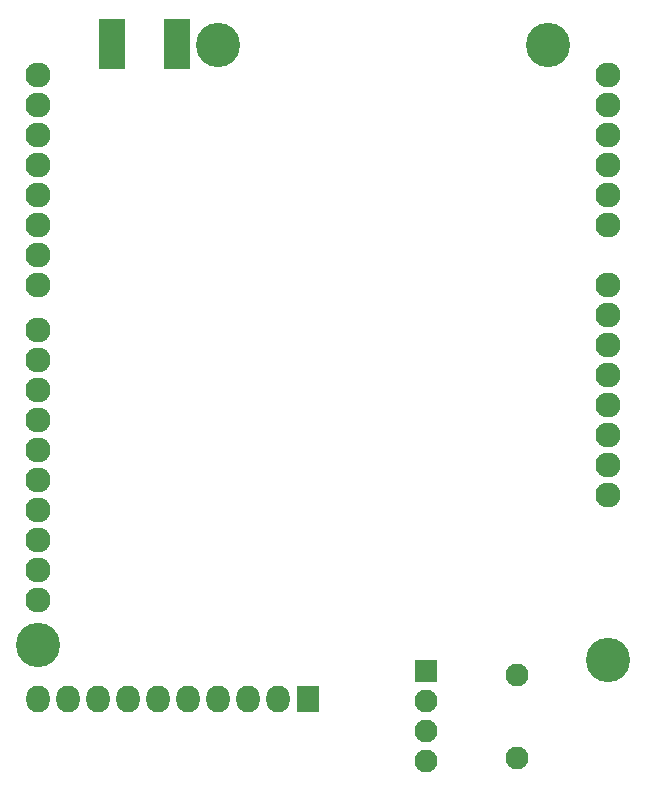
<source format=gbs>
G04 #@! TF.FileFunction,Soldermask,Bot*
%FSLAX46Y46*%
G04 Gerber Fmt 4.6, Leading zero omitted, Abs format (unit mm)*
G04 Created by KiCad (PCBNEW 4.0.6) date 10/15/17 15:06:52*
%MOMM*%
%LPD*%
G01*
G04 APERTURE LIST*
%ADD10C,0.150000*%
%ADD11C,1.950000*%
%ADD12R,1.977200X2.282000*%
%ADD13O,1.977200X2.282000*%
%ADD14R,1.950000X1.950000*%
%ADD15O,1.950000X1.950000*%
%ADD16C,2.129600*%
%ADD17C,3.750000*%
%ADD18R,2.250000X4.314000*%
G04 APERTURE END LIST*
D10*
D11*
X43200000Y-3220000D03*
X43200000Y3780000D03*
D12*
X25480000Y1780000D03*
D13*
X22940000Y1780000D03*
X20400000Y1780000D03*
X17860000Y1780000D03*
X15320000Y1780000D03*
X12780000Y1780000D03*
X10240000Y1780000D03*
X7700000Y1780000D03*
X5160000Y1780000D03*
X2620000Y1780000D03*
D14*
X35470000Y4165000D03*
D15*
X35470000Y1625000D03*
X35470000Y-915000D03*
X35470000Y-3455000D03*
D16*
X50830000Y26680000D03*
X50830000Y29220000D03*
X50830000Y41920000D03*
X50830000Y44460000D03*
X50830000Y47000000D03*
X50830000Y49540000D03*
X50830000Y52080000D03*
X50830000Y54620000D03*
X2570000Y15250000D03*
X2570000Y49540000D03*
X2570000Y47000000D03*
X2570000Y44460000D03*
X2570000Y41920000D03*
X2570000Y39380000D03*
X2570000Y36840000D03*
X2570000Y33030000D03*
X2570000Y30490000D03*
X2570000Y27950000D03*
X2570000Y25410000D03*
X2570000Y22870000D03*
X2570000Y20330000D03*
X50830000Y31760000D03*
X50830000Y34300000D03*
X2570000Y17790000D03*
X50830000Y24140000D03*
X2570000Y54620000D03*
X2570000Y52080000D03*
X50830000Y36840000D03*
D17*
X2570000Y6360000D03*
X45755000Y57165000D03*
X17815000Y57160000D03*
X50830000Y5095000D03*
D16*
X2570000Y12710000D03*
X2570000Y10170000D03*
X50830000Y21600000D03*
X50830000Y19060000D03*
D18*
X8838000Y57240000D03*
X14362000Y57240000D03*
M02*

</source>
